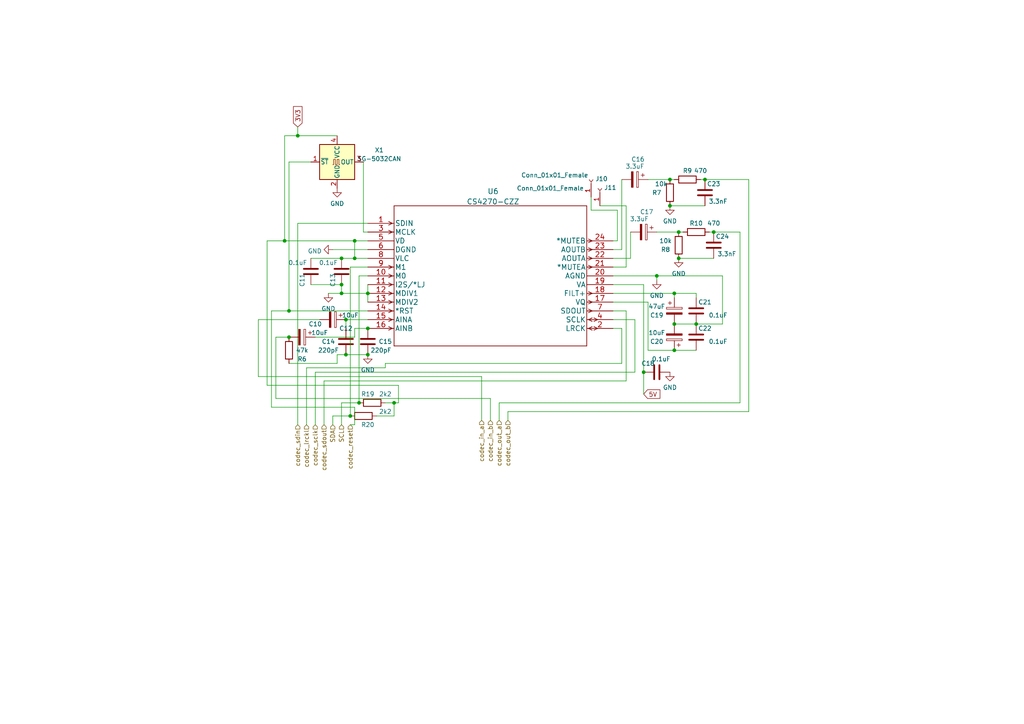
<source format=kicad_sch>
(kicad_sch (version 20230121) (generator eeschema)
  (paper "A4")
  (lib_symbols
    (symbol "2022-10-31_07-27-24:CS4270-CZZ" (pin_names (offset 0.254))
      (property "Reference" "U" (at 35.56 10.16 0))
      (property "Value" "CS4270-CZZ" (at 35.56 7.62 0))
      (symbol "CS4270-CZZ_1_1"
        (polyline (pts (xy 7.112 -30.48) (xy 6.0452 -30.988)) (stroke (width 0.2032)))
        (polyline (pts (xy 7.112 -30.48) (xy 6.0452 -29.972)) (stroke (width 0.2032)))
        (polyline (pts (xy 7.112 -27.94) (xy 6.0452 -28.448)) (stroke (width 0.2032)))
        (polyline (pts (xy 7.112 -27.94) (xy 6.0452 -27.432)) (stroke (width 0.2032)))
        (polyline (pts (xy 7.112 -25.4) (xy 6.0452 -25.908)) (stroke (width 0.2032)))
        (polyline (pts (xy 7.112 -25.4) (xy 6.0452 -24.892)) (stroke (width 0.2032)))
        (polyline (pts (xy 7.112 -22.86) (xy 6.0452 -23.368)) (stroke (width 0.2032)))
        (polyline (pts (xy 7.112 -22.86) (xy 6.0452 -22.352)) (stroke (width 0.2032)))
        (polyline (pts (xy 7.112 -20.32) (xy 6.0452 -20.828)) (stroke (width 0.2032)))
        (polyline (pts (xy 7.112 -20.32) (xy 6.0452 -19.812)) (stroke (width 0.2032)))
        (polyline (pts (xy 7.112 -17.78) (xy 6.0452 -18.288)) (stroke (width 0.2032)))
        (polyline (pts (xy 7.112 -17.78) (xy 6.0452 -17.272)) (stroke (width 0.2032)))
        (polyline (pts (xy 7.112 -15.24) (xy 6.0452 -15.748)) (stroke (width 0.2032)))
        (polyline (pts (xy 7.112 -15.24) (xy 6.0452 -14.732)) (stroke (width 0.2032)))
        (polyline (pts (xy 7.112 -12.7) (xy 6.0452 -13.208)) (stroke (width 0.2032)))
        (polyline (pts (xy 7.112 -12.7) (xy 6.0452 -12.192)) (stroke (width 0.2032)))
        (polyline (pts (xy 7.112 -2.54) (xy 6.0452 -3.048)) (stroke (width 0.2032)))
        (polyline (pts (xy 7.112 -2.54) (xy 6.0452 -2.032)) (stroke (width 0.2032)))
        (polyline (pts (xy 7.112 0) (xy 6.0452 -0.508)) (stroke (width 0.2032)))
        (polyline (pts (xy 7.112 0) (xy 6.0452 0.508)) (stroke (width 0.2032)))
        (polyline (pts (xy 7.62 -35.56) (xy 63.5 -35.56)) (stroke (width 0.2032)))
        (polyline (pts (xy 7.62 5.08) (xy 7.62 -35.56)) (stroke (width 0.2032)))
        (polyline (pts (xy 63.5 -35.56) (xy 63.5 5.08)) (stroke (width 0.2032)))
        (polyline (pts (xy 63.5 5.08) (xy 7.62 5.08)) (stroke (width 0.2032)))
        (polyline (pts (xy 64.008 -30.48) (xy 65.0748 -30.988)) (stroke (width 0.2032)))
        (polyline (pts (xy 64.008 -30.48) (xy 65.0748 -29.972)) (stroke (width 0.2032)))
        (polyline (pts (xy 64.008 -27.94) (xy 65.0748 -28.448)) (stroke (width 0.2032)))
        (polyline (pts (xy 64.008 -27.94) (xy 65.0748 -27.432)) (stroke (width 0.2032)))
        (polyline (pts (xy 64.008 -25.908) (xy 65.0748 -25.4)) (stroke (width 0.2032)))
        (polyline (pts (xy 64.008 -24.892) (xy 65.0748 -25.4)) (stroke (width 0.2032)))
        (polyline (pts (xy 64.008 -23.368) (xy 65.0748 -22.86)) (stroke (width 0.2032)))
        (polyline (pts (xy 64.008 -22.352) (xy 65.0748 -22.86)) (stroke (width 0.2032)))
        (polyline (pts (xy 64.008 -20.828) (xy 65.0748 -20.32)) (stroke (width 0.2032)))
        (polyline (pts (xy 64.008 -19.812) (xy 65.0748 -20.32)) (stroke (width 0.2032)))
        (polyline (pts (xy 64.008 -13.208) (xy 65.0748 -12.7)) (stroke (width 0.2032)))
        (polyline (pts (xy 64.008 -12.192) (xy 65.0748 -12.7)) (stroke (width 0.2032)))
        (polyline (pts (xy 64.008 -10.668) (xy 65.0748 -10.16)) (stroke (width 0.2032)))
        (polyline (pts (xy 64.008 -9.652) (xy 65.0748 -10.16)) (stroke (width 0.2032)))
        (polyline (pts (xy 64.008 -8.128) (xy 65.0748 -7.62)) (stroke (width 0.2032)))
        (polyline (pts (xy 64.008 -7.112) (xy 65.0748 -7.62)) (stroke (width 0.2032)))
        (polyline (pts (xy 64.008 -5.588) (xy 65.0748 -5.08)) (stroke (width 0.2032)))
        (polyline (pts (xy 64.008 -4.572) (xy 65.0748 -5.08)) (stroke (width 0.2032)))
        (polyline (pts (xy 65.5828 -30.988) (xy 66.6242 -30.48)) (stroke (width 0.2032)))
        (polyline (pts (xy 65.5828 -29.972) (xy 66.6242 -30.48)) (stroke (width 0.2032)))
        (polyline (pts (xy 65.5828 -28.448) (xy 66.6242 -27.94)) (stroke (width 0.2032)))
        (polyline (pts (xy 65.5828 -27.432) (xy 66.6242 -27.94)) (stroke (width 0.2032)))
        (pin input line (at 0 0 0) (length 7.62) (name "SDIN") (number "1"))
        (pin input line (at 0 -15.24 0) (length 7.62) (name "M0") (number "10"))
        (pin input line (at 0 -17.78 0) (length 7.62) (name "I2S/*LJ") (number "11"))
        (pin input line (at 0 -20.32 0) (length 7.62) (name "MDIV1") (number "12"))
        (pin input line (at 0 -22.86 0) (length 7.62) (name "MDIV2") (number "13"))
        (pin input line (at 0 -25.4 0) (length 7.62) (name "*RST") (number "14"))
        (pin input line (at 0 -27.94 0) (length 7.62) (name "AINA") (number "15"))
        (pin input line (at 0 -30.48 0) (length 7.62) (name "AINB") (number "16"))
        (pin output line (at 71.12 -22.86 180) (length 7.62) (name "VQ") (number "17"))
        (pin output line (at 71.12 -20.32 180) (length 7.62) (name "FILT+") (number "18"))
        (pin power_in line (at 71.12 -17.78 180) (length 7.62) (name "VA") (number "19"))
        (pin bidirectional line (at 71.12 -30.48 180) (length 7.62) (name "LRCK") (number "2"))
        (pin power_in line (at 71.12 -15.24 180) (length 7.62) (name "AGND") (number "20"))
        (pin output line (at 71.12 -12.7 180) (length 7.62) (name "*MUTEA") (number "21"))
        (pin output line (at 71.12 -10.16 180) (length 7.62) (name "AOUTA") (number "22"))
        (pin output line (at 71.12 -7.62 180) (length 7.62) (name "AOUTB") (number "23"))
        (pin output line (at 71.12 -5.08 180) (length 7.62) (name "*MUTEB") (number "24"))
        (pin input line (at 0 -2.54 0) (length 7.62) (name "MCLK") (number "3"))
        (pin bidirectional line (at 71.12 -27.94 180) (length 7.62) (name "SCLK") (number "4"))
        (pin power_in line (at 0 -5.08 0) (length 7.62) (name "VD") (number "5"))
        (pin power_in line (at 0 -7.62 0) (length 7.62) (name "DGND") (number "6"))
        (pin output line (at 71.12 -25.4 180) (length 7.62) (name "SDOUT") (number "7"))
        (pin power_in line (at 0 -10.16 0) (length 7.62) (name "VLC") (number "8"))
        (pin input line (at 0 -12.7 0) (length 7.62) (name "M1") (number "9"))
      )
    )
    (symbol "Connector:Conn_01x01_Female" (pin_names (offset 1.016) hide)
      (property "Reference" "J" (at 0 2.54 0))
      (property "Value" "Conn_01x01_Female" (at 0 -2.54 0))
      (symbol "Conn_01x01_Female_1_1"
        (polyline (pts (xy -1.27 0) (xy -0.508 0)) (stroke (width 0.1524)))
        (arc (start 0 0.508) (mid -0.5058 0) (end 0 -0.508) (stroke (width 0.1524)))
        (pin passive line (at -5.08 0 0) (length 3.81) (name "Pin_1") (number "1"))
      )
    )
    (symbol "Device:C" (pin_numbers hide) (pin_names (offset 0.254))
      (property "Reference" "C" (at 0.635 2.54 0))
      (property "Value" "C" (at 0.635 -2.54 0))
      (symbol "C_0_1"
        (polyline (pts (xy -2.032 -0.762) (xy 2.032 -0.762)) (stroke (width 0.508)))
        (polyline (pts (xy -2.032 0.762) (xy 2.032 0.762)) (stroke (width 0.508)))
      )
      (symbol "C_1_1"
        (pin passive line (at 0 3.81 270) (length 2.794) (name "~") (number "1"))
        (pin passive line (at 0 -3.81 90) (length 2.794) (name "~") (number "2"))
      )
    )
    (symbol "Device:C_Polarized" (pin_numbers hide) (pin_names (offset 0.254))
      (property "Reference" "C" (at 0.635 2.54 0))
      (property "Value" "C_Polarized" (at 0.635 -2.54 0))
      (symbol "C_Polarized_0_1"
        (rectangle (start -2.286 0.508) (end 2.286 1.016))
        (polyline (pts (xy -1.778 2.286) (xy -0.762 2.286)))
        (polyline (pts (xy -1.27 2.794) (xy -1.27 1.778)))
        (rectangle (start 2.286 -0.508) (end -2.286 -1.016) (fill (type outline)))
      )
      (symbol "C_Polarized_1_1"
        (pin passive line (at 0 3.81 270) (length 2.794) (name "~") (number "1"))
        (pin passive line (at 0 -3.81 90) (length 2.794) (name "~") (number "2"))
      )
    )
    (symbol "Device:R" (pin_numbers hide) (pin_names (offset 0))
      (property "Reference" "R" (at 2.032 0 90))
      (property "Value" "R" (at 0 0 90))
      (symbol "R_0_1"
        (rectangle (start -1.016 -2.54) (end 1.016 2.54) (stroke (width 0.254)))
      )
      (symbol "R_1_1"
        (pin passive line (at 0 3.81 270) (length 1.27) (name "~") (number "1"))
        (pin passive line (at 0 -3.81 90) (length 1.27) (name "~") (number "2"))
      )
    )
    (symbol "Oscillator:SG-5032CAN" (pin_names (offset 0.254))
      (property "Reference" "X" (at -5.08 6.35 0))
      (property "Value" "SG-5032CAN" (at 1.27 -6.35 0))
      (symbol "SG-5032CAN_0_1"
        (rectangle (start -5.08 5.08) (end 5.08 -5.08) (stroke (width 0.254)) (fill (type background)))
        (polyline (pts (xy -1.27 -0.762) (xy -1.016 -0.762) (xy -1.016 0.762) (xy -0.508 0.762) (xy -0.508 -0.762) (xy 0 -0.762) (xy 0 0.762) (xy 0.508 0.762) (xy 0.508 -0.762) (xy 0.762 -0.762)))
      )
      (symbol "SG-5032CAN_1_1"
        (pin input line (at -7.62 0 0) (length 2.54) (name "~{ST}") (number "1"))
        (pin power_in line (at 0 -7.62 90) (length 2.54) (name "GND") (number "2"))
        (pin output line (at 7.62 0 180) (length 2.54) (name "OUT") (number "3"))
        (pin power_in line (at 0 7.62 270) (length 2.54) (name "VCC") (number "4"))
      )
    )
    (symbol "power:GND" (power) (pin_names (offset 0))
      (property "Value" "GND" (at 0 -3.81 0))
      (symbol "GND_0_1"
        (polyline (pts (xy 0 0) (xy 0 -1.27) (xy 1.27 -1.27) (xy 0 -2.54) (xy -1.27 -1.27) (xy 0 -1.27)))
      )
      (symbol "GND_1_1"
        (pin power_in line (at 0 0 270) (length 0) hide (name "GND") (number "1"))
      )
    )
  )
  (junction (at 195.58 101.6))
  (junction (at 83.82 97.79))
  (junction (at 86.36 39.37))
  (junction (at 102.87 74.93))
  (junction (at 99.06 85.09))
  (junction (at 106.68 85.09))
  (junction (at 106.68 102.87))
  (junction (at 195.58 85.09))
  (junction (at 99.06 82.55))
  (junction (at 100.33 102.87))
  (junction (at 106.68 95.25))
  (junction (at 207.01 67.31))
  (junction (at 194.31 59.69))
  (junction (at 104.14 116.84))
  (junction (at 190.5 80.01))
  (junction (at 201.93 93.98))
  (junction (at 114.3 116.84))
  (junction (at 82.55 69.85))
  (junction (at 83.82 90.17))
  (junction (at 101.6 120.65))
  (junction (at 186.69 107.95))
  (junction (at 196.85 74.93))
  (junction (at 194.31 52.07))
  (junction (at 195.58 93.98))
  (junction (at 102.87 69.85))
  (junction (at 99.06 74.93))
  (junction (at 204.47 52.07))
  (junction (at 196.85 67.31))
  (junction (at 100.33 92.71))
  (wire (pts (xy 186.69 114.3) (xy 186.69 107.95)))
  (wire (pts (xy 106.68 74.93) (xy 102.87 74.93)))
  (wire (pts (xy 180.34 95.25) (xy 177.8 95.25)))
  (wire (pts (xy 106.68 102.87) (xy 100.33 102.87)))
  (wire (pts (xy 86.36 39.37) (xy 82.55 39.37)))
  (wire (pts (xy 95.25 85.09) (xy 99.06 85.09)))
  (wire (pts (xy 92.71 92.71) (xy 74.93 92.71)))
  (wire (pts (xy 147.32 119.38) (xy 147.32 121.92)))
  (wire (pts (xy 171.45 60.96) (xy 171.45 57.15)))
  (wire (pts (xy 102.87 95.25) (xy 102.87 97.79)))
  (wire (pts (xy 177.8 69.85) (xy 179.07 69.85)))
  (wire (pts (xy 74.93 92.71) (xy 74.93 109.22)))
  (wire (pts (xy 106.68 85.09) (xy 106.68 87.63)))
  (wire (pts (xy 142.24 115.57) (xy 80.01 115.57)))
  (wire (pts (xy 177.8 90.17) (xy 181.61 90.17)))
  (wire (pts (xy 186.69 82.55) (xy 177.8 82.55)))
  (wire (pts (xy 214.63 67.31) (xy 207.01 67.31)))
  (wire (pts (xy 201.93 93.98) (xy 209.55 93.98)))
  (wire (pts (xy 83.82 90.17) (xy 78.74 90.17)))
  (wire (pts (xy 83.82 90.17) (xy 106.68 90.17)))
  (wire (pts (xy 182.88 67.31) (xy 182.88 74.93)))
  (wire (pts (xy 184.15 92.71) (xy 184.15 107.95)))
  (wire (pts (xy 173.99 59.69) (xy 181.61 59.69)))
  (wire (pts (xy 182.88 74.93) (xy 177.8 74.93)))
  (wire (pts (xy 180.34 105.41) (xy 111.76 105.41)))
  (wire (pts (xy 102.87 97.79) (xy 91.44 97.79)))
  (wire (pts (xy 102.87 118.11) (xy 102.87 123.19)))
  (wire (pts (xy 77.47 69.85) (xy 82.55 69.85)))
  (wire (pts (xy 111.76 106.68) (xy 88.9 106.68)))
  (wire (pts (xy 102.87 69.85) (xy 106.68 69.85)))
  (wire (pts (xy 217.17 119.38) (xy 147.32 119.38)))
  (wire (pts (xy 195.58 85.09) (xy 201.93 85.09)))
  (wire (pts (xy 105.41 46.99) (xy 105.41 67.31)))
  (wire (pts (xy 97.79 105.41) (xy 97.79 102.87)))
  (wire (pts (xy 195.58 101.6) (xy 187.96 101.6)))
  (wire (pts (xy 86.36 64.77) (xy 86.36 123.19)))
  (wire (pts (xy 106.68 95.25) (xy 102.87 95.25)))
  (wire (pts (xy 139.7 109.22) (xy 139.7 121.92)))
  (wire (pts (xy 86.36 64.77) (xy 106.68 64.77)))
  (wire (pts (xy 101.6 77.47) (xy 101.6 120.65)))
  (wire (pts (xy 99.06 74.93) (xy 102.87 74.93)))
  (wire (pts (xy 115.57 111.76) (xy 115.57 116.84)))
  (wire (pts (xy 205.74 67.31) (xy 207.01 67.31)))
  (wire (pts (xy 99.06 123.19) (xy 99.06 116.84)))
  (wire (pts (xy 91.44 107.95) (xy 184.15 107.95)))
  (wire (pts (xy 93.98 110.49) (xy 93.98 123.19)))
  (wire (pts (xy 83.82 105.41) (xy 97.79 105.41)))
  (wire (pts (xy 194.31 52.07) (xy 195.58 52.07)))
  (wire (pts (xy 187.96 52.07) (xy 194.31 52.07)))
  (wire (pts (xy 82.55 39.37) (xy 82.55 69.85)))
  (wire (pts (xy 181.61 90.17) (xy 181.61 110.49)))
  (wire (pts (xy 82.55 69.85) (xy 102.87 69.85)))
  (wire (pts (xy 114.3 116.84) (xy 111.76 116.84)))
  (wire (pts (xy 96.52 120.65) (xy 101.6 120.65)))
  (wire (pts (xy 177.8 72.39) (xy 180.34 72.39)))
  (wire (pts (xy 217.17 52.07) (xy 217.17 119.38)))
  (wire (pts (xy 104.14 80.01) (xy 104.14 116.84)))
  (wire (pts (xy 97.79 39.37) (xy 86.36 39.37)))
  (wire (pts (xy 179.07 69.85) (xy 179.07 60.96)))
  (wire (pts (xy 187.96 87.63) (xy 177.8 87.63)))
  (wire (pts (xy 181.61 77.47) (xy 177.8 77.47)))
  (wire (pts (xy 105.41 67.31) (xy 106.68 67.31)))
  (wire (pts (xy 190.5 80.01) (xy 190.5 81.28)))
  (wire (pts (xy 99.06 82.55) (xy 99.06 85.09)))
  (wire (pts (xy 190.5 67.31) (xy 196.85 67.31)))
  (wire (pts (xy 190.5 80.01) (xy 209.55 80.01)))
  (wire (pts (xy 114.3 120.65) (xy 114.3 116.84)))
  (wire (pts (xy 99.06 85.09) (xy 106.68 85.09)))
  (wire (pts (xy 97.79 102.87) (xy 100.33 102.87)))
  (wire (pts (xy 196.85 74.93) (xy 207.01 74.93)))
  (wire (pts (xy 214.63 116.84) (xy 214.63 67.31)))
  (wire (pts (xy 177.8 92.71) (xy 184.15 92.71)))
  (wire (pts (xy 102.87 123.19) (xy 101.6 123.19)))
  (wire (pts (xy 187.96 101.6) (xy 187.96 87.63)))
  (wire (pts (xy 109.22 120.65) (xy 114.3 120.65)))
  (wire (pts (xy 106.68 82.55) (xy 106.68 85.09)))
  (wire (pts (xy 100.33 92.71) (xy 106.68 92.71)))
  (wire (pts (xy 209.55 93.98) (xy 209.55 80.01)))
  (wire (pts (xy 181.61 110.49) (xy 93.98 110.49)))
  (wire (pts (xy 177.8 85.09) (xy 195.58 85.09)))
  (wire (pts (xy 83.82 46.99) (xy 83.82 90.17)))
  (wire (pts (xy 194.31 59.69) (xy 204.47 59.69)))
  (wire (pts (xy 102.87 74.93) (xy 102.87 69.85)))
  (wire (pts (xy 180.34 105.41) (xy 180.34 95.25)))
  (wire (pts (xy 196.85 67.31) (xy 198.12 67.31)))
  (wire (pts (xy 86.36 36.83) (xy 86.36 39.37)))
  (wire (pts (xy 144.78 116.84) (xy 214.63 116.84)))
  (wire (pts (xy 78.74 90.17) (xy 78.74 118.11)))
  (wire (pts (xy 201.93 85.09) (xy 201.93 86.36)))
  (wire (pts (xy 101.6 77.47) (xy 106.68 77.47)))
  (wire (pts (xy 142.24 121.92) (xy 142.24 115.57)))
  (wire (pts (xy 195.58 101.6) (xy 201.93 101.6)))
  (wire (pts (xy 180.34 52.07) (xy 180.34 72.39)))
  (wire (pts (xy 80.01 97.79) (xy 83.82 97.79)))
  (wire (pts (xy 177.8 80.01) (xy 190.5 80.01)))
  (wire (pts (xy 144.78 121.92) (xy 144.78 116.84)))
  (wire (pts (xy 204.47 52.07) (xy 217.17 52.07)))
  (wire (pts (xy 181.61 59.69) (xy 181.61 77.47)))
  (wire (pts (xy 90.17 74.93) (xy 99.06 74.93)))
  (wire (pts (xy 74.93 109.22) (xy 139.7 109.22)))
  (wire (pts (xy 78.74 118.11) (xy 102.87 118.11)))
  (wire (pts (xy 179.07 60.96) (xy 171.45 60.96)))
  (wire (pts (xy 195.58 93.98) (xy 201.93 93.98)))
  (wire (pts (xy 96.52 123.19) (xy 96.52 120.65)))
  (wire (pts (xy 100.33 95.25) (xy 100.33 92.71)))
  (wire (pts (xy 96.52 72.39) (xy 106.68 72.39)))
  (wire (pts (xy 88.9 106.68) (xy 88.9 123.19)))
  (wire (pts (xy 99.06 116.84) (xy 104.14 116.84)))
  (wire (pts (xy 90.17 46.99) (xy 83.82 46.99)))
  (wire (pts (xy 111.76 105.41) (xy 111.76 106.68)))
  (wire (pts (xy 203.2 52.07) (xy 204.47 52.07)))
  (wire (pts (xy 115.57 116.84) (xy 114.3 116.84)))
  (wire (pts (xy 77.47 69.85) (xy 77.47 111.76)))
  (wire (pts (xy 104.14 80.01) (xy 106.68 80.01)))
  (wire (pts (xy 186.69 107.95) (xy 186.69 82.55)))
  (wire (pts (xy 91.44 107.95) (xy 91.44 123.19)))
  (wire (pts (xy 80.01 115.57) (xy 80.01 97.79)))
  (wire (pts (xy 77.47 111.76) (xy 115.57 111.76)))
  (wire (pts (xy 195.58 85.09) (xy 195.58 86.36)))
  (wire (pts (xy 90.17 82.55) (xy 99.06 82.55)))
  (global_label "3V3" (shape input) (at 86.36 36.83 90) (property "Intersheetrefs" "${INTERSHEET_REFS}" (effects hide)))
  (global_label "5V" (shape input) (at 186.69 114.3 0) (property "Intersheetrefs" "${INTERSHEET_REFS}" (effects hide)))
  (hierarchical_label "codec_out_b" (shape input) (at 147.32 121.92 270))
  (hierarchical_label "codec_in_b" (shape input) (at 142.24 121.92 270))
  (hierarchical_label "codec_sclk" (shape input) (at 91.44 123.19 270))
  (hierarchical_label "codec_reset" (shape input) (at 101.6 123.19 270))
  (hierarchical_label "codec_sdin" (shape input) (at 86.36 123.19 270))
  (hierarchical_label "SCL" (shape input) (at 99.06 123.19 270))
  (hierarchical_label "codec_sdout" (shape input) (at 93.98 123.19 270))
  (hierarchical_label "SDA" (shape input) (at 96.52 123.19 270))
  (hierarchical_label "codec_lrckl" (shape input) (at 88.9 123.19 270))
  (hierarchical_label "codec_out_a" (shape input) (at 144.78 121.92 270))
  (hierarchical_label "codec_in_a" (shape input) (at 139.7 121.92 270))
  (symbol (lib_id "Device:R") (at 199.39 52.07 90) (unit 1)
    (property "Reference" "R9" (at 199.39 49.53 90))
    (property "Value" "470" (at 203.2 49.53 90))
    (property "Footprint" "Resistor_SMD:R_0603_1608Metric_Pad0.98x0.95mm_HandSolder" (effects hide))
    (instances (project "guitarpreamp" (path "" (reference "R9") (unit 1))) (project "mic_extension_board" (path "" (reference "R48") (unit 1))))
  )
  (symbol (lib_id "power:GND") (at 190.5 81.28 0) (unit 1)
    (property "Reference" "#PWR0110" (effects hide))
    (property "Value" "GND" (at 190.5 85.7234 0))
  )
  (symbol (lib_id "power:GND") (at 95.25 85.09 0) (unit 1)
    (property "Reference" "#PWR0107" (effects hide))
    (property "Value" "GND" (at 95.25 89.5334 0))
  )
  (symbol (lib_id "power:GND") (at 97.79 54.61 0) (unit 1)
    (property "Reference" "#PWR0108" (effects hide))
    (property "Value" "GND" (at 97.79 59.0534 0))
  )
  (symbol (lib_id "Device:C_Polarized") (at 195.58 90.17 0) (unit 1)
    (property "Reference" "C19" (at 190.5 91.44 0))
    (property "Value" "47uF" (at 190.5 88.9 0))
    (property "Footprint" "Capacitor_SMD:CP_Elec_5x5.4" (effects hide))
    (instances (project "guitarpreamp" (path "" (reference "C19") (unit 1))) (project "mic_extension_board" (path "" (reference "C32") (unit 1))))
  )
  (symbol (lib_id "power:GND") (at 194.31 59.69 0) (unit 1)
    (property "Reference" "#PWR0114" (effects hide))
    (property "Value" "GND" (at 194.31 64.1334 0))
    (instances (project "guitarpreamp" (path "" (reference "#PWR0114") (unit 1))) (project "mic_extension_board" (path "" (reference "#PWR0117") (unit 1))))
  )
  (symbol (lib_id "Device:C") (at 106.68 99.06 180) (unit 1)
    (property "Reference" "C15" (at 111.76 99.06 0))
    (property "Value" "220pF" (at 110.49 101.6 0))
    (property "Footprint" "Capacitor_SMD:C_0603_1608Metric_Pad1.08x0.95mm_HandSolder" (effects hide))
    (instances (project "guitarpreamp" (path "" (reference "C15") (unit 1))) (project "mic_extension_board" (path "" (reference "C28") (unit 1))))
  )
  (symbol (lib_id "Device:R") (at 194.31 55.88 180) (unit 1)
    (property "Reference" "R7" (at 190.5 55.88 0))
    (property "Value" "10k" (at 191.77 53.34 0))
    (property "Footprint" "Resistor_SMD:R_0603_1608Metric_Pad0.98x0.95mm_HandSolder" (effects hide))
    (instances (project "guitarpreamp" (path "" (reference "R7") (unit 1))) (project "mic_extension_board" (path "" (reference "R46") (unit 1))))
  )
  (symbol (lib_id "Device:C") (at 204.47 55.88 180) (unit 1)
    (property "Reference" "C23" (at 207.01 53.34 0))
    (property "Value" "3.3nF" (at 208.28 58.42 0))
    (property "Footprint" "Capacitor_SMD:C_0805_2012Metric_Pad1.18x1.45mm_HandSolder" (effects hide))
    (instances (project "guitarpreamp" (path "" (reference "C23") (unit 1))) (project "mic_extension_board" (path "" (reference "C36") (unit 1))))
  )
  (symbol (lib_id "power:GND") (at 196.85 74.93 0) (unit 1)
    (property "Reference" "#PWR0115" (effects hide))
    (property "Value" "GND" (at 196.85 79.3734 0))
    (instances (project "guitarpreamp" (path "" (reference "#PWR0115") (unit 1))) (project "mic_extension_board" (path "" (reference "#PWR0118") (unit 1))))
  )
  (symbol (lib_id "Device:C") (at 190.5 107.95 270) (unit 1)
    (property "Reference" "C18" (at 187.96 105.41 90))
    (property "Value" "0.1uF" (at 191.77 104.14 90))
    (property "Footprint" "Capacitor_SMD:C_1210_3225Metric_Pad1.33x2.70mm_HandSolder" (effects hide))
    (instances (project "guitarpreamp" (path "" (reference "C18") (unit 1))) (project "mic_extension_board" (path "" (reference "C31") (unit 1))))
  )
  (symbol (lib_id "Connector:Conn_01x01_Female") (at 171.45 52.07 90) (unit 1)
    (property "Reference" "J10" (at 172.6692 51.8703 90) (effects (justify right)))
    (property "Value" "Conn_01x01_Female" (at 151.13 50.8 90) (effects (justify right)))
    (property "Footprint" "Connector_Pin:Pin_D0.7mm_L6.5mm_W1.8mm_FlatFork" (effects hide))
    (instances (project "guitarpreamp" (path "" (reference "J10") (unit 1))) (project "mic_extension_board" (path "" (reference "J12") (unit 1))))
  )
  (symbol (lib_id "Device:C_Polarized") (at 184.15 52.07 270) (unit 1)
    (property "Reference" "C16" (at 185.039 46.2112 90))
    (property "Value" "3.3uF" (at 184.15 48.26 90))
    (property "Footprint" "Capacitor_SMD:CP_Elec_4x4.5" (effects hide))
    (instances (project "guitarpreamp" (path "" (reference "C16") (unit 1))) (project "mic_extension_board" (path "" (reference "C29") (unit 1))))
  )
  (symbol (lib_id "power:GND") (at 194.31 107.95 0) (unit 1)
    (property "Reference" "#PWR0111" (effects hide))
    (property "Value" "GND" (at 194.31 112.3934 0))
  )
  (symbol (lib_id "power:GND") (at 96.52 72.39 270) (unit 1)
    (property "Reference" "#PWR0116" (effects hide))
    (property "Value" "GND" (at 93.3451 72.8238 90) (effects (justify right)))
  )
  (symbol (lib_id "power:GND") (at 106.68 102.87 0) (unit 1)
    (property "Reference" "#PWR0109" (effects hide))
    (property "Value" "GND" (at 106.68 107.3134 0))
  )
  (symbol (lib_id "Device:R") (at 107.95 116.84 90) (unit 1)
    (property "Reference" "R19" (at 106.68 114.3 90))
    (property "Value" "2k2" (at 111.76 114.3 90))
    (property "Footprint" "Resistor_SMD:R_0603_1608Metric_Pad0.98x0.95mm_HandSolder" (effects hide))
    (instances (project "guitarpreamp" (path "" (reference "R19") (unit 1))) (project "mic_extension_board" (path "" (reference "R45") (unit 1))))
  )
  (symbol (lib_id "Device:C") (at 201.93 90.17 180) (unit 1)
    (property "Reference" "C21" (at 204.47 87.63 0))
    (property "Value" "0.1uF" (at 208.28 91.44 0))
    (property "Footprint" "Capacitor_SMD:C_1210_3225Metric_Pad1.33x2.70mm_HandSolder" (effects hide))
    (instances (project "guitarpreamp" (path "" (reference "C21") (unit 1))) (project "mic_extension_board" (path "" (reference "C34") (unit 1))))
  )
  (symbol (lib_id "Device:C_Polarized") (at 96.52 92.71 270) (unit 1)
    (property "Reference" "C12" (at 100.33 95.25 90))
    (property "Value" "10uF" (at 101.6 91.44 90))
    (property "Footprint" "Capacitor_SMD:CP_Elec_4x4.5" (effects hide))
    (instances (project "guitarpreamp" (path "" (reference "C12") (unit 1))) (project "mic_extension_board" (path "" (reference "C25") (unit 1))))
  )
  (symbol (lib_id "Device:C") (at 99.06 78.74 0) (unit 1)
    (property "Reference" "C13" (at 96.52 81.28 90))
    (property "Value" "0.1uF" (at 95.25 76.2 0))
    (property "Footprint" "Capacitor_SMD:C_1210_3225Metric_Pad1.33x2.70mm_HandSolder" (effects hide))
    (instances (project "guitarpreamp" (path "" (reference "C13") (unit 1))) (project "mic_extension_board" (path "" (reference "C26") (unit 1))))
  )
  (symbol (lib_id "Device:C") (at 201.93 97.79 180) (unit 1)
    (property "Reference" "C22" (at 204.47 95.25 0))
    (property "Value" "0.1uF" (at 208.28 99.06 0))
    (property "Footprint" "Capacitor_SMD:C_1210_3225Metric_Pad1.33x2.70mm_HandSolder" (effects hide))
    (instances (project "guitarpreamp" (path "" (reference "C22") (unit 1))) (project "mic_extension_board" (path "" (reference "C35") (unit 1))))
  )
  (symbol (lib_id "Device:C_Polarized") (at 87.63 97.79 270) (unit 1)
    (property "Reference" "C10" (at 91.44 93.98 90))
    (property "Value" "10uF" (at 92.71 96.52 90))
    (property "Footprint" "Capacitor_SMD:CP_Elec_4x4.5" (effects hide))
    (instances (project "guitarpreamp" (path "" (reference "C10") (unit 1))) (project "mic_extension_board" (path "" (reference "C23") (unit 1))))
  )
  (symbol (lib_id "Device:R") (at 196.85 71.12 180) (unit 1)
    (property "Reference" "R8" (at 193.04 72.39 0))
    (property "Value" "10k" (at 193.04 69.85 0))
    (property "Footprint" "Resistor_SMD:R_0603_1608Metric_Pad0.98x0.95mm_HandSolder" (effects hide))
    (instances (project "guitarpreamp" (path "" (reference "R8") (unit 1))) (project "mic_extension_board" (path "" (reference "R47") (unit 1))))
  )
  (symbol (lib_id "Device:C") (at 90.17 78.74 0) (unit 1)
    (property "Reference" "C11" (at 87.63 81.28 90))
    (property "Value" "0.1uF" (at 86.36 76.2 0))
    (property "Footprint" "Capacitor_SMD:C_1210_3225Metric_Pad1.33x2.70mm_HandSolder" (effects hide))
    (instances (project "guitarpreamp" (path "" (reference "C11") (unit 1))) (project "mic_extension_board" (path "" (reference "C24") (unit 1))))
  )
  (symbol (lib_id "Device:R") (at 105.41 120.65 90) (unit 1)
    (property "Reference" "R20" (at 106.68 123.19 90))
    (property "Value" "2k2" (at 111.76 119.38 90))
    (property "Footprint" "Resistor_SMD:R_0603_1608Metric_Pad0.98x0.95mm_HandSolder" (effects hide))
    (instances (project "guitarpreamp" (path "" (reference "R20") (unit 1))) (project "mic_extension_board" (path "" (reference "R44") (unit 1))))
  )
  (symbol (lib_id "Device:C") (at 207.01 71.12 180) (unit 1)
    (property "Reference" "C24" (at 209.55 68.58 0))
    (property "Value" "3.3nF" (at 210.82 73.66 0))
    (property "Footprint" "Capacitor_SMD:C_0805_2012Metric_Pad1.18x1.45mm_HandSolder" (effects hide))
    (instances (project "guitarpreamp" (path "" (reference "C24") (unit 1))) (project "mic_extension_board" (path "" (reference "C37") (unit 1))))
  )
  (symbol (lib_id "2022-10-31_07-27-24:CS4270-CZZ") (at 106.68 64.77 0) (unit 1)
    (property "Reference" "U6" (at 143.0147 55.5043 0) (effects (font (size 1.524 1.524))))
    (property "Value" "CS4270-CZZ" (at 143.0147 58.4977 0) (effects (font (size 1.524 1.524))))
    (property "Footprint" "Package_SO:TSSOP-24_4.4x7.8mm_P0.65mm" (effects hide))
    (instances (project "guitarpreamp" (path "" (reference "U6") (unit 1))) (project "mic_extension_board" (path "" (reference "U11") (unit 1))))
  )
  (symbol (lib_id "Device:R") (at 83.82 101.6 180) (unit 1)
    (property "Reference" "R6" (at 87.63 104.14 0))
    (property "Value" "47k" (at 87.63 101.6 0))
    (property "Footprint" "Resistor_SMD:R_0603_1608Metric_Pad0.98x0.95mm_HandSolder" (effects hide))
    (instances (project "guitarpreamp" (path "" (reference "R6") (unit 1))) (project "mic_extension_board" (path "" (reference "R43") (unit 1))))
  )
  (symbol (lib_id "Oscillator:SG-5032CAN") (at 97.79 46.99 0) (unit 1)
    (property "Reference" "X1" (at 110.0009 43.5316 0))
    (property "Value" "SG-5032CAN" (at 110.0009 46.0685 0))
    (property "Footprint" "Oscillator:Oscillator_SMD_SeikoEpson_SG8002CA-4Pin_7.0x5.0mm_HandSoldering" (effects hide))
    (property "Datasheet" "https://support.epson.biz/td/api/doc_check.php?dl=brief_SG5032CAN&lang=en" (effects hide))
  )
  (symbol (lib_id "Connector:Conn_01x01_Female") (at 173.99 54.61 90) (unit 1)
    (property "Reference" "J11" (at 175.2092 54.4103 90) (effects (justify right)))
    (property "Value" "Conn_01x01_Female" (at 149.86 54.61 90) (effects (justify right)))
    (property "Footprint" "Connector_Pin:Pin_D0.7mm_L6.5mm_W1.8mm_FlatFork" (effects hide))
    (instances (project "guitarpreamp" (path "" (reference "J11") (unit 1))) (project "mic_extension_board" (path "" (reference "J13") (unit 1))))
  )
  (symbol (lib_id "Device:R") (at 201.93 67.31 90) (unit 1)
    (property "Reference" "R10" (at 201.93 64.77 90))
    (property "Value" "470" (at 207.01 64.77 90))
    (property "Footprint" "Resistor_SMD:R_0603_1608Metric_Pad0.98x0.95mm_HandSolder" (effects hide))
    (instances (project "guitarpreamp" (path "" (reference "R10") (unit 1))) (project "mic_extension_board" (path "" (reference "R49") (unit 1))))
  )
  (symbol (lib_id "Device:C_Polarized") (at 195.58 97.79 180) (unit 1)
    (property "Reference" "C20" (at 190.5 99.06 0))
    (property "Value" "10uF" (at 190.5 96.52 0))
    (property "Footprint" "Capacitor_SMD:CP_Elec_4x4.5" (effects hide))
    (instances (project "guitarpreamp" (path "" (reference "C20") (unit 1))) (project "mic_extension_board" (path "" (reference "C33") (unit 1))))
  )
  (symbol (lib_id "Device:C_Polarized") (at 186.69 67.31 270) (unit 1)
    (property "Reference" "C17" (at 187.579 61.4512 90))
    (property "Value" "3.3uF" (at 185.42 63.5 90))
    (property "Footprint" "Capacitor_SMD:CP_Elec_4x4.5" (effects hide))
    (instances (project "guitarpreamp" (path "" (reference "C17") (unit 1))) (project "mic_extension_board" (path "" (reference "C30") (unit 1))))
  )
  (symbol (lib_id "Device:C") (at 100.33 99.06 180) (unit 1)
    (property "Reference" "C14" (at 95.25 99.06 0))
    (property "Value" "220pF" (at 95.25 101.6 0))
    (property "Footprint" "Capacitor_SMD:C_0603_1608Metric_Pad1.08x0.95mm_HandSolder" (effects hide))
    (instances (project "guitarpreamp" (path "" (reference "C14") (unit 1))) (project "mic_extension_board" (path "" (reference "C27") (unit 1))))
  )
)
</source>
